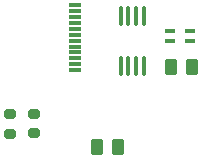
<source format=gbr>
%TF.GenerationSoftware,KiCad,Pcbnew,7.0.6-7.0.6~ubuntu22.04.1*%
%TF.CreationDate,2023-07-12T11:50:11+01:00*%
%TF.ProjectId,simple_2layer,73696d70-6c65-45f3-926c-617965722e6b,rev?*%
%TF.SameCoordinates,Original*%
%TF.FileFunction,Paste,Top*%
%TF.FilePolarity,Positive*%
%FSLAX46Y46*%
G04 Gerber Fmt 4.6, Leading zero omitted, Abs format (unit mm)*
G04 Created by KiCad (PCBNEW 7.0.6-7.0.6~ubuntu22.04.1) date 2023-07-12 11:50:11*
%MOMM*%
%LPD*%
G01*
G04 APERTURE LIST*
G04 Aperture macros list*
%AMRoundRect*
0 Rectangle with rounded corners*
0 $1 Rounding radius*
0 $2 $3 $4 $5 $6 $7 $8 $9 X,Y pos of 4 corners*
0 Add a 4 corners polygon primitive as box body*
4,1,4,$2,$3,$4,$5,$6,$7,$8,$9,$2,$3,0*
0 Add four circle primitives for the rounded corners*
1,1,$1+$1,$2,$3*
1,1,$1+$1,$4,$5*
1,1,$1+$1,$6,$7*
1,1,$1+$1,$8,$9*
0 Add four rect primitives between the rounded corners*
20,1,$1+$1,$2,$3,$4,$5,0*
20,1,$1+$1,$4,$5,$6,$7,0*
20,1,$1+$1,$6,$7,$8,$9,0*
20,1,$1+$1,$8,$9,$2,$3,0*%
G04 Aperture macros list end*
%ADD10R,1.100000X0.300000*%
%ADD11RoundRect,0.100000X-0.100000X0.712500X-0.100000X-0.712500X0.100000X-0.712500X0.100000X0.712500X0*%
%ADD12RoundRect,0.250000X0.262500X0.450000X-0.262500X0.450000X-0.262500X-0.450000X0.262500X-0.450000X0*%
%ADD13RoundRect,0.200000X-0.275000X0.200000X-0.275000X-0.200000X0.275000X-0.200000X0.275000X0.200000X0*%
%ADD14R,0.900000X0.400000*%
%ADD15RoundRect,0.250000X-0.262500X-0.450000X0.262500X-0.450000X0.262500X0.450000X-0.262500X0.450000X0*%
G04 APERTURE END LIST*
D10*
%TO.C,J2*%
X108770000Y-96000000D03*
X108770000Y-96500000D03*
X108770000Y-99500000D03*
X108770000Y-99000000D03*
X108770000Y-95000000D03*
X108770000Y-95500000D03*
X108770000Y-98500000D03*
X108770000Y-100000000D03*
X108770000Y-97000000D03*
X108770000Y-97500000D03*
X108770000Y-98000000D03*
X108770000Y-100500000D03*
%TD*%
D11*
%TO.C,U1*%
X114550000Y-95907500D03*
X113900000Y-95907500D03*
X113250000Y-95907500D03*
X112600000Y-95907500D03*
X112600000Y-100132500D03*
X113250000Y-100132500D03*
X113900000Y-100132500D03*
X114550000Y-100132500D03*
%TD*%
D12*
%TO.C,L1*%
X118662500Y-100250000D03*
X116837500Y-100250000D03*
%TD*%
D13*
%TO.C,R1*%
X103270000Y-104250000D03*
X103270000Y-105900000D03*
%TD*%
D14*
%TO.C,FL1*%
X118450000Y-98020000D03*
X118450000Y-97220000D03*
X116750000Y-97220000D03*
X116750000Y-98020000D03*
%TD*%
D13*
%TO.C,R2*%
X105250000Y-104175000D03*
X105250000Y-105825000D03*
%TD*%
D15*
%TO.C,L2*%
X110587500Y-107000000D03*
X112412500Y-107000000D03*
%TD*%
M02*

</source>
